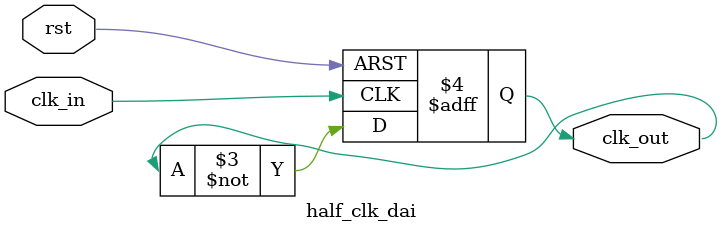
<source format=v>
module half_clk_dai(clk_in, rst, clk_out);
input clk_in;
input rst;
output clk_out;
reg clk_out;

always @(posedge clk_in or negedge rst)
	begin
		if(!rst)
			clk_out<=0;
		else
			clk_out<=~clk_out;
	end

endmodule

</source>
